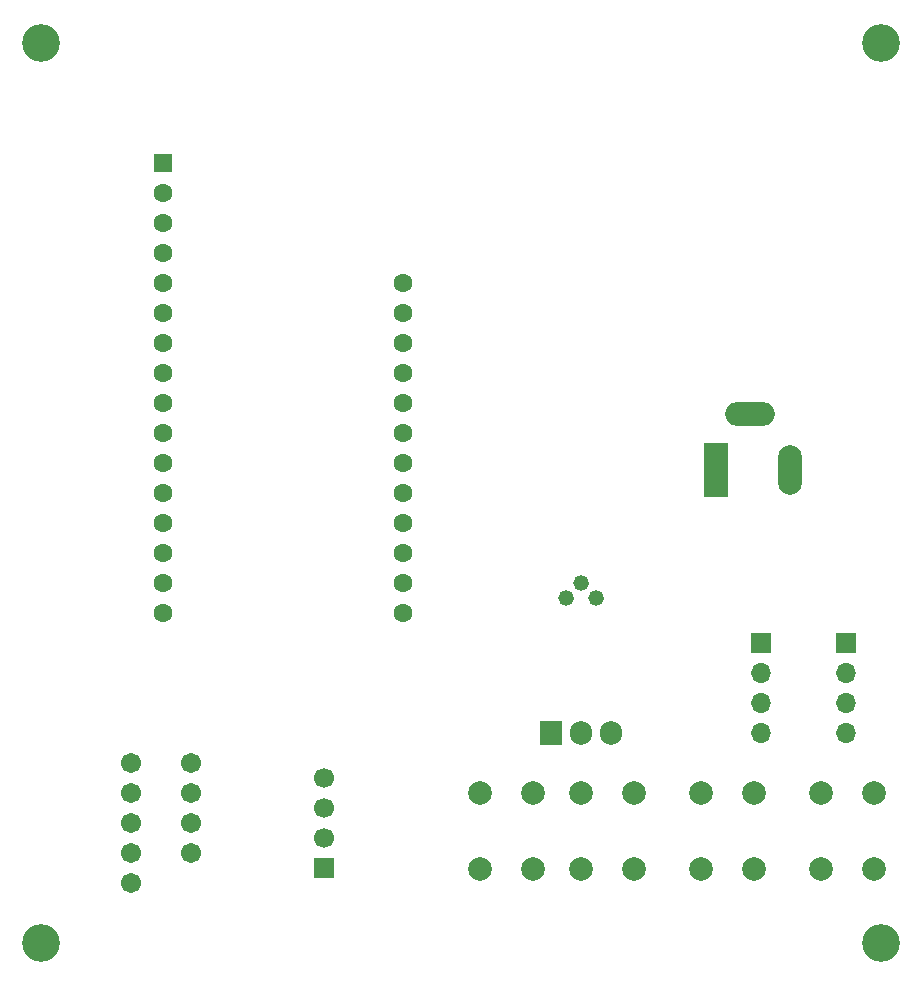
<source format=gbr>
%TF.GenerationSoftware,KiCad,Pcbnew,7.0.6*%
%TF.CreationDate,2024-05-09T23:31:48-07:00*%
%TF.ProjectId,PCB final,50434220-6669-46e6-916c-2e6b69636164,rev?*%
%TF.SameCoordinates,Original*%
%TF.FileFunction,Soldermask,Bot*%
%TF.FilePolarity,Negative*%
%FSLAX46Y46*%
G04 Gerber Fmt 4.6, Leading zero omitted, Abs format (unit mm)*
G04 Created by KiCad (PCBNEW 7.0.6) date 2024-05-09 23:31:48*
%MOMM*%
%LPD*%
G01*
G04 APERTURE LIST*
%ADD10C,3.200000*%
%ADD11R,1.700000X1.700000*%
%ADD12O,1.700000X1.700000*%
%ADD13C,2.000000*%
%ADD14C,1.320800*%
%ADD15R,2.000000X4.600000*%
%ADD16O,2.000000X4.200000*%
%ADD17O,4.200000X2.000000*%
%ADD18R,1.600000X1.600000*%
%ADD19C,1.600000*%
%ADD20R,1.905000X2.000000*%
%ADD21O,1.905000X2.000000*%
%ADD22C,1.700000*%
%ADD23C,1.712000*%
G04 APERTURE END LIST*
D10*
%TO.C,REF\u002A\u002A*%
X30480000Y-66040000D03*
%TD*%
D11*
%TO.C,FAN2*%
X98630000Y-116840000D03*
D12*
X98630000Y-119380000D03*
X98630000Y-121920000D03*
X98630000Y-124460000D03*
%TD*%
D10*
%TO.C,REF\u002A\u002A*%
X101600000Y-66040000D03*
%TD*%
D13*
%TO.C,SW1*%
X67650000Y-136040000D03*
X67650000Y-129540000D03*
X72150000Y-136040000D03*
X72150000Y-129540000D03*
%TD*%
%TO.C,SW2*%
X76200000Y-136040000D03*
X76200000Y-129540000D03*
X80700000Y-136040000D03*
X80700000Y-129540000D03*
%TD*%
D14*
%TO.C,TN0702N3-G1*%
X74930000Y-113030000D03*
X76200000Y-111760000D03*
X77470000Y-113030000D03*
%TD*%
D10*
%TO.C,REF\u002A\u002A*%
X101600000Y-142240000D03*
%TD*%
D13*
%TO.C,SW3*%
X96520000Y-136040000D03*
X96520000Y-129540000D03*
X101020000Y-136040000D03*
X101020000Y-129540000D03*
%TD*%
D15*
%TO.C,BarrelJack1*%
X87630000Y-102250000D03*
D16*
X93930000Y-102250000D03*
D17*
X90530000Y-97450000D03*
%TD*%
D18*
%TO.C,ESP32FeatherBoard1*%
X40826000Y-76200000D03*
D19*
X40826000Y-78740000D03*
X40826000Y-81280000D03*
X40826000Y-83820000D03*
X40826000Y-86360000D03*
X40826000Y-88900000D03*
X40826000Y-91440000D03*
X40826000Y-93980000D03*
X40826000Y-96520000D03*
X40826000Y-99060000D03*
X40826000Y-101600000D03*
X40826000Y-104140000D03*
X40826000Y-106680000D03*
X40826000Y-109220000D03*
X40826000Y-111760000D03*
X40826000Y-114300000D03*
X61146000Y-114300000D03*
X61146000Y-111760000D03*
X61146000Y-109220000D03*
X61146000Y-106680000D03*
X61146000Y-104140000D03*
X61146000Y-101600000D03*
X61146000Y-99060000D03*
X61146000Y-96520000D03*
X61146000Y-93980000D03*
X61146000Y-91440000D03*
X61146000Y-88900000D03*
X61146000Y-86360000D03*
%TD*%
D10*
%TO.C,REF\u002A\u002A*%
X30480000Y-142240000D03*
%TD*%
D20*
%TO.C,LM7805*%
X73660000Y-124460000D03*
D21*
X76200000Y-124460000D03*
X78740000Y-124460000D03*
%TD*%
D11*
%TO.C,OLED-SSD1306*%
X54464000Y-135890000D03*
D22*
X54464000Y-133350000D03*
X54464000Y-130810000D03*
X54464000Y-128270000D03*
%TD*%
D23*
%TO.C,MH-Z19B1*%
X43180000Y-129540000D03*
X38100000Y-129540000D03*
X38100000Y-132080000D03*
X43180000Y-127000000D03*
X43180000Y-132080000D03*
X43180000Y-134620000D03*
X38100000Y-127000000D03*
X38100000Y-134620000D03*
X38100000Y-137160000D03*
%TD*%
D11*
%TO.C,FAN1*%
X91440000Y-116840000D03*
D12*
X91440000Y-119380000D03*
X91440000Y-121920000D03*
X91440000Y-124460000D03*
%TD*%
D13*
%TO.C,SW4*%
X86360000Y-136040000D03*
X86360000Y-129540000D03*
X90860000Y-136040000D03*
X90860000Y-129540000D03*
%TD*%
M02*

</source>
